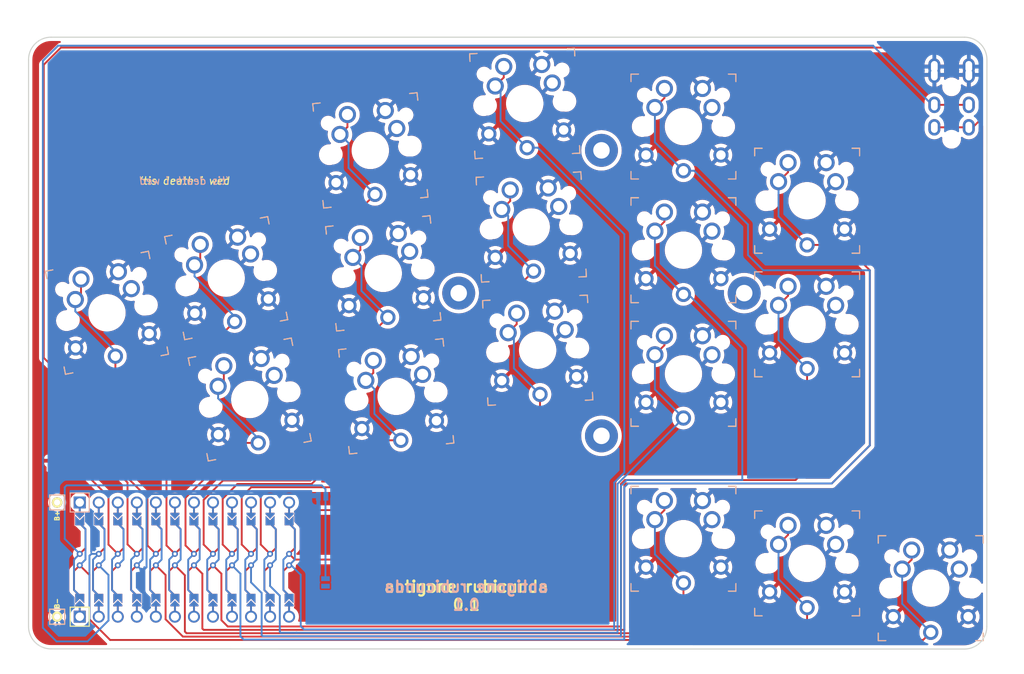
<source format=kicad_pcb>
(kicad_pcb (version 20211014) (generator pcbnew)
  (layers (0 "F.Cu" signal) (31 "B.Cu" signal) (34 "B.Paste" user) (35 "F.Paste" user) (36 "B.SilkS" user "B.Silkscreen") (37 "F.SilkS" user "F.Silkscreen") (38 "B.Mask" user) (39 "F.Mask" user) (44 "Edge.Cuts" user))
  (net 0 "")
  (net 1 "GND")
  (net 2 "RESET")
  (net 3 "RAW")
  (net 4 "RX")
  (net 5 "SW1")
  (net 6 "SW2")
  (net 7 "SW3")
  (net 8 "SW4")
  (net 9 "SW5")
  (net 10 "SW6")
  (net 11 "SW7")
  (net 12 "VCC")
  (net 13 "SW8")
  (net 14 "SW9")
  (net 15 "SW10")
  (net 16 "SW11")
  (net 17 "SW12")
  (net 18 "SW13")
  (net 19 "SW14")
  (net 20 "SW15")
  (net 21 "SW16")
  (net 22 "SW17")
  (footprint "kbd:1pin_conn" (layer "F.Cu") (at 57.658 125.73 90)
    (fp_text reference "B-")
    (fp_text value "MountingHole_Pad" hide)
  )
  (footprint "lib:Jumper" (layer "F.Cu") (at 57.018514 105.42 -90)
    (fp_text reference "J3" hide)
    (fp_text value "Jumper")
  )
  (footprint "pretty:SW_MX_choc" (layer "F.Cu") (at 174.244 121.92)
    (fp_text reference "S17" hide)
    (fp_text value "")
  )
  (footprint "pretty:SW_MX_choc" (layer "F.Cu") (at 80.22242 80.55103 11)
    (fp_text reference "S3" hide)
    (fp_text value "")
  )
  (footprint "pretty:SW_MX_choc" (layer "F.Cu") (at 99.460757 63.503971 6)
    (fp_text reference "S6" hide)
    (fp_text value "")
  )
  (footprint "pretty:SW_MX_choc" (layer "F.Cu") (at 157.743999 70.22)
    (fp_text reference "S14" hide)
    (fp_text value "")
  )
  (footprint "pretty:SW_MX_choc" (layer "F.Cu") (at 101.185477 79.913582 6)
    (fp_text reference "S5" hide)
    (fp_text value "")
  )
  (footprint "pretty:SW_MX_choc" (layer "F.Cu") (at 157.744 118.62)
    (fp_text reference "S16" hide)
    (fp_text value "")
  )
  (footprint "pretty:SW_MX_choc" (layer "F.Cu") (at 141.243999 76.82)
    (fp_text reference "S11" hide)
    (fp_text value "")
  )
  (footprint "pretty:SW_MX_choc" (layer "F.Cu") (at 141.244 115.32)
    (fp_text reference "S15" hide)
    (fp_text value "")
  )
  (footprint "pretty:SW_MX_choc" (layer "F.Cu") (at 64.311785 85.171819 11)
    (fp_text reference "S1" hide)
    (fp_text value "")
  )
  (footprint "pretty:SW_MX_choc" (layer "F.Cu") (at 120.92893 73.724501 3)
    (fp_text reference "S8" hide)
    (fp_text value "")
  )
  (footprint "pretty:SW_MX_choc" (layer "F.Cu") (at 141.244 93.32)
    (fp_text reference "S10" hide)
    (fp_text value "")
  )
  (footprint "pretty:SW_MX_choc" (layer "F.Cu") (at 83.370769 96.747879 11)
    (fp_text reference "S2" hide)
    (fp_text value "")
  )
  (footprint "kbd:Tenting_Puck2" (layer "F.Cu") (at 130.302 82.55)
    (fp_text reference "REF**")
    (fp_text value "Tenting Puck")
  )
  (footprint "pretty:SW_MX_choc" (layer "F.Cu") (at 157.744 86.72)
    (fp_text reference "S13" hide)
    (fp_text value "")
  )
  (footprint "pretty:SW_MX_choc" (layer "F.Cu") (at 121.792473 90.17 3)
    (fp_text reference "S7" hide)
    (fp_text value "")
  )
  (footprint "pretty:SW_MX_choc" (layer "F.Cu") (at 120.065386 57.247114 3)
    (fp_text reference "S9" hide)
    (fp_text value "")
  )
  (footprint "pretty:SW_MX_choc" (layer "F.Cu") (at 102.910197 96.323193 6)
    (fp_text reference "S4" hide)
    (fp_text value "")
  )
  (footprint "TRRS-PJ-320A-dual" (layer "F.Cu") (at 174.724 63.624 180)
    (fp_text reference "REF**")
    (fp_text value "TRRS-PJ-320A-dual")
  )
  (footprint "kbd:1pin_conn" (layer "F.Cu") (at 57.658 110.49 90)
    (fp_text reference "B+")
    (fp_text value "MountingHole_Pad" hide)
  )
  (footprint "pretty:SW_MX_choc" (layer "F.Cu") (at 141.243999 60.32)
    (fp_text reference "S12" hide)
    (fp_text value "")
  )
  (footprint "ProMicro" (layer "F.Cu") (at 74.649 118.11)
    (fp_text reference "MCU1" hide)
    (fp_text value "")
  )
  (footprint "lib:Jumper" (layer "B.Cu") (at 93.472 121.158 -90)
    (fp_text reference "J1" hide)
    (fp_text value "Jumper")
  )
  (footprint "lib:Jumper" (layer "B.Cu") (at 93.018514 109.67)
    (fp_text reference "J2" hide)
    (fp_text value "Jumper")
  )
  (gr_arc (start 181.726679 127.052559) (mid 180.854124 129.167737) (end 178.744 130.048) (layer "Edge.Cuts") (width 0.15))
  (gr_line (start 56.848 48.397324) (end 178.744 48.39732) (layer "Edge.Cuts") (width 0.15))
  (gr_arc (start 178.744 48.39732) (mid 180.86533 49.275998) (end 181.744 51.39732) (layer "Edge.Cuts") (width 0.15))
  (gr_line (start 181.744 51.39732) (end 181.726679 127.052559) (layer "Edge.Cuts") (width 0.15))
  (gr_arc (start 56.843335 130.026627) (mid 54.722006 129.147952) (end 53.843335 127.026627) (layer "Edge.Cuts") (width 0.15))
  (gr_arc (start 53.848 51.397324) (mid 54.726678 49.276) (end 56.848 48.397324) (layer "Edge.Cuts") (width 0.15))
  (gr_line (start 53.843335 127.026627) (end 53.848 51.397324) (layer "Edge.Cuts") (width 0.15))
  (gr_line (start 178.744 130.048) (end 56.843335 130.026627) (layer "Edge.Cuts") (width 0.15))
  (gr_text "antigone rubicunda\n0.1" (at 112.268 122.936) (layer "B.SilkS") (effects (font (size 1.5 1.5) (thickness 0.3)) (justify mirror)))
  (gr_text "'tis death i wed" (at 74.676 67.564) (layer "B.SilkS") (effects (font (size 1 1) (thickness 0.15) italic) (justify mirror)))
  (gr_text "antigone rubicunda\n0.1" (at 112.268 122.936) (layer "F.SilkS") (effects (font (size 1.5 1.5) (thickness 0.3))))
  (gr_text "'tis death i wed" (at 74.676 67.564) (layer "F.SilkS") (effects (font (size 1 1) (thickness 0.15) italic)))
  (segment (start 58.166 127.254) (end 57.658 126.746) (width 0.25) (layer "B.Cu") (net 1))
  (segment (start 92.518134 109.67) (end 92.213623 109.365489) (width 0.25) (layer "B.Cu") (net 1))
  (segment (start 69.596 119.126) (end 69.342 119.38) (width 0.25) (layer "B.Cu") (net 1))
  (segment (start 61.722 127.254) (end 58.166 127.254) (width 0.25) (layer "B.Cu") (net 1))
  (segment (start 69.342 119.38) (end 68.807 119.38) (width 0.25) (layer "B.Cu") (net 1))
  (segment (start 61.976 127) (end 61.722 127.254) (width 0.25) (layer "B.Cu") (net 1))
  (segment (start 61.976 117.602) (end 61.976 127) (width 0.25) (layer "B.Cu") (net 1))
  (segment (start 57.658 126.746) (end 57.658 125.73) (width 0.25) (layer "B.Cu") (net 1))
  (segment (start 70.212511 109.365489) (end 69.596 109.982) (width 0.25) (layer "B.Cu") (net 1))
  (segment (start 63.219 117.348) (end 62.23 117.348) (width 0.25) (layer "B.Cu") (net 1))
  (segment (start 69.596 109.982) (end 69.596 119.126) (width 0.25) (layer "B.Cu") (net 1))
  (segment (start 92.213623 109.365489) (end 70.212511 109.365489) (width 0.25) (layer "B.Cu") (net 1))
  (segment (start 62.23 117.348) (end 61.976 117.602) (width 0.25) (layer "B.Cu") (net 1))
  (segment (start 68.807 119.38) (end 68.299 118.872) (width 0.25) (layer "B.Cu") (net 1))
  (segment (start 64.516 116.105) (end 65.759 117.348) (width 0.25) (layer "F.Cu") (net 2))
  (segment (start 64.516 109.728) (end 64.516 116.105) (width 0.25) (layer "F.Cu") (net 2))
  (segment (start 57.018514 105.92038) (end 60.70838 105.92038) (width 0.25) (layer "F.Cu") (net 2))
  (segment (start 60.70838 105.92038) (end 64.516 109.728) (width 0.25) (layer "F.Cu") (net 2))
  (segment (start 93.472 108.712) (end 93.472 109.728) (width 0.25) (layer "B.Cu") (net 3))
  (segment (start 93.472 109.716894) (end 93.518894 109.67) (width 0.25) (layer "B.Cu") (net 3))
  (segment (start 60.679 117.348) (end 58.674 115.343) (width 0.25) (layer "B.Cu") (net 3))
  (segment (start 58.681011 115.335989) (end 58.681011 108.465011) (width 0.25) (layer "B.Cu") (net 3))
  (segment (start 93.472 120.65762) (end 93.472 109.716894) (width 0.25) (layer "B.Cu") (net 3))
  (segment (start 58.928 108.204) (end 92.964 108.204) (width 0.25) (layer "B.Cu") (net 3))
  (segment (start 92.964 108.204) (end 93.472 108.712) (width 0.25) (layer "B.Cu") (net 3))
  (segment (start 58.674 108.458) (end 58.928 108.204) (width 0.25) (layer "B.Cu") (net 3))
  (segment (start 58.681011 108.465011) (end 58.674 108.458) (width 0.25) (layer "B.Cu") (net 3))
  (segment (start 58.674 115.343) (end 58.681011 115.335989) (width 0.25) (layer "B.Cu") (net 3))
  (segment (start 93.472 120.65762) (end 93.585184 120.65762) (width 0.25) (layer "B.Cu") (net 3))
  (segment (start 174.724 57.424) (end 179.324 57.424) (width 0.25) (layer "F.Cu") (net 4))
  (segment (start 64.516 120.169) (end 63.536859 119.189859) (width 0.25) (layer "B.Cu") (net 4))
  (segment (start 166.58578 49.528113) (end 57.792889 49.528113) (width 0.25) (layer "B.Cu") (net 4))
  (segment (start 55.758624 127.215036) (end 55.758528 127.215132) (width 0.25) (layer "B.Cu") (net 4))
  (segment (start 55.758528 127.215132) (end 57.575396 129.032) (width 0.25) (layer "B.Cu") (net 4))
  (segment (start 57.792889 49.528113) (end 55.75483 51.566172) (width 0.25) (layer "B.Cu") (net 4))
  (segment (start 55.758624 51.569766) (end 55.758624 127.215036) (width 0.25) (layer "B.Cu") (net 4))
  (segment (start 61.722 129.032) (end 64.516 126.238) (width 0.25) (layer "B.Cu") (net 4))
  (segment (start 64.516 126.238) (end 64.516 120.169) (width 0.25) (layer "B.Cu") (net 4))
  (segment (start 174.724 57.424) (end 174.424 57.424) (width 0.25) (layer "B.Cu") (net 4))
  (segment (start 57.575396 129.032) (end 61.722 129.032) (width 0.25) (layer "B.Cu") (net 4))
  (segment (start 174.424 57.424) (end 166.624 49.624) (width 0.25) (layer "B.Cu") (net 4))
  (segment (start 77.043511 119.996511) (end 76.236859 119.189859) (width 0.25) (layer "F.Cu") (net 5))
  (segment (start 162.734 76.12) (end 166.116 79.502) (width 0.25) (layer "F.Cu") (net 5))
  (segment (start 133.604 107.95) (end 133.35 108.204) (width 0.25) (layer "F.Cu") (net 5))
  (segment (start 77.043511 127.31495) (end 77.043511 119.996511) (width 0.25) (layer "F.Cu") (net 5))
  (segment (start 157.743999 76.12) (end 162.734 76.12) (width 0.25) (layer "F.Cu") (net 5))
  (segment (start 153.933999 67.68) (end 155.203999 66.41) (width 0.25) (layer "F.Cu") (net 5))
  (segment (start 166.116 102.87) (end 161.036 107.95) (width 0.25) (layer "F.Cu") (net 5))
  (segment (start 161.036 107.95) (end 133.604 107.95) (width 0.25) (layer "F.Cu") (net 5))
  (segment (start 133.35 127.487439) (end 77.216 127.487439) (width 0.25) (layer "F.Cu") (net 5))
  (segment (start 155.203999 66.41) (end 155.203999 65.14) (width 0.25) (layer "F.Cu") (net 5))
  (segment (start 166.116 79.502) (end 166.116 102.87) (width 0.25) (layer "F.Cu") (net 5))
  (segment (start 77.216 127.487439) (end 77.043511 127.31495) (width 0.25) (layer "F.Cu") (net 5))
  (segment (start 133.35 108.204) (end 133.35 127.487439) (width 0.25) (layer "F.Cu") (net 5))
  (segment (start 153.933999 72.31) (end 153.933999 67.68) (width 0.25) (layer "B.Cu") (net 5))
  (segment (start 157.743999 76.12) (end 153.933999 72.31) (width 0.25) (layer "B.Cu") (net 5))
  (segment (start 155.204 82.91) (end 155.204 81.64) (width 0.25) (layer "F.Cu") (net 6))
  (segment (start 153.934 84.18) (end 155.204 82.91) (width 0.25) (layer "F.Cu") (net 6))
  (segment (start 157.744 105.96648) (end 156.21 107.50048) (width 0.25) (layer "F.Cu") (net 6))
  (segment (start 79.583511 126.195789) (end 79.583511 119.996511) (width 0.25) (layer "F.Cu") (net 6))
  (segment (start 133.417802 107.50048) (end 132.90048 108.017803) (width 0.25) (layer "F.Cu") (net 6))
  (segment (start 132.90048 127.037919) (end 80.425641 127.037919) (width 0.25) (layer "F.Cu") (net 6))
  (segment (start 132.90048 108.017803) (end 132.90048 127.037919) (width 0.25) (layer "F.Cu") (net 6))
  (segment (start 80.425641 127.037919) (end 79.583511 126.195789) (width 0.25) (layer "F.Cu") (net 6))
  (segment (start 157.744 92.62) (end 157.744 105.96648) (width 0.25) (layer "F.Cu") (net 6))
  (segment (start 156.21 107.50048) (end 133.417802 107.50048) (width 0.25) (layer "F.Cu") (net 6))
  (segment (start 79.583511 119.996511) (end 78.776859 119.189859) (width 0.25) (layer "F.Cu") (net 6))
  (segment (start 157.744 92.62) (end 153.934 88.81) (width 0.25) (layer "B.Cu") (net 6))
  (segment (start 153.934 88.81) (end 153.934 84.18) (width 0.25) (layer "B.Cu") (net 6))
  (segment (start 137.433999 57.78) (end 138.703999 56.51) (width 0.25) (layer "F.Cu") (net 7))
  (segment (start 138.703999 56.51) (end 138.703999 55.24) (width 0.25) (layer "F.Cu") (net 7))
  (segment (start 149.86 73.399161) (end 149.86 77.47) (width 0.25) (layer "B.Cu") (net 7))
  (segment (start 151.892 79.502) (end 166.116 79.502) (width 0.25) (layer "B.Cu") (net 7))
  (segment (start 137.433999 62.41) (end 137.433999 57.78) (width 0.25) (layer "B.Cu") (net 7))
  (segment (start 161.036 107.95) (end 133.858 107.95) (width 0.25) (layer "B.Cu") (net 7))
  (segment (start 82.55 128.778) (end 82.123511 128.351511) (width 0.25) (layer "B.Cu") (net 7))
  (segment (start 133.35 128.778) (end 82.55 128.778) (width 0.25) (layer "B.Cu") (net 7))
  (segment (start 133.35 108.458) (end 133.35 128.778) (width 0.25) (layer "B.Cu") (net 7))
  (segment (start 133.858 107.95) (end 133.35 108.458) (width 0.25) (layer "B.Cu") (net 7))
  (segment (start 166.116 102.87) (end 161.036 107.95) (width 0.25) (layer "B.Cu") (net 7))
  (segment (start 142.680839 66.22) (end 149.86 73.399161) (width 0.25) (layer "B.Cu") (net 7))
  (segment (start 141.243999 66.22) (end 142.680839 66.22) (width 0.25) (layer "B.Cu") (net 7))
  (segment (start 82.123511 119.996511) (end 80.999 118.872) (width 0.25) (layer "B.Cu") (net 7))
  (segment (start 141.243999 66.22) (end 137.433999 62.41) (width 0.25) (layer "B.Cu") (net 7))
  (segment (start 149.86 77.47) (end 151.892 79.502) (width 0.25) (layer "B.Cu") (net 7))
  (segment (start 166.116 79.502) (end 166.116 102.87) (width 0.25) (layer "B.Cu") (net 7))
  (segment (start 82.123511 128.351511) (end 82.123511 119.996511) (width 0.25) (layer "B.Cu") (net 7))
  (segment (start 138.703999 73.01) (end 138.703999 71.74) (width 0.25) (layer "F.Cu") (net 8))
  (segment (start 137.433999 74.28) (end 138.703999 73.01) (width 0.25) (layer "F.Cu") (net 8))
  (segment (start 84.954489 128.192969) (end 84.954489 122.563511) (width 0.25) (layer "B.Cu") (net 8))
  (segment (start 83.539 121.148022) (end 83.539 118.872) (width 0.25) (layer "B.Cu") (net 8))
  (segment (start 132.90048 128.32848) (end 85.09 128.32848) (width 0.25) (layer "B.Cu") (net 8))
  (segment (start 149.098 107.50048) (end 133.671802 107.50048) (width 0.25) (layer "B.Cu") (net 8))
  (segment (start 149.098 89.916) (end 149.098 107.50048) (width 0.25) (layer "B.Cu") (net 8))
  (segment (start 133.671802 107.50048) (end 132.90048 108.271803) (width 0.25) (layer "B.Cu") (net 8))
  (segment (start 137.433999 78.91) (end 137.433999 74.28) (width 0.25) (layer "B.Cu") (net 8))
  (segment (start 85.09 128.32848) (end 84.954489 128.192969) (width 0.25) (layer "B.Cu") (net 8))
  (segment (start 141.902 82.72) (end 149.098 89.916) (width 0.25) (layer "B.Cu") (net 8))
  (segment (start 141.243999 82.72) (end 141.902 82.72) (width 0.25) (layer "B.Cu") (net 8))
  (segment (start 141.243999 82.72) (end 137.433999 78.91) (width 0.25) (layer "B.Cu") (net 8))
  (segment (start 84.954489 122.563511) (end 83.539 121.148022) (width 0.25) (layer "B.Cu") (net 8))
  (segment (start 132.90048 108.271803) (end 132.90048 128.32848) (width 0.25) (layer "B.Cu") (net 8))
  (segment (start 137.434 90.78) (end 138.704 89.51) (width 0.25) (layer "F.Cu") (net 9))
  (segment (start 138.704 89.51) (end 138.704 88.24) (width 0.25) (layer "F.Cu") (net 9))
  (segment (start 87.49296 127.87896) (end 89.662 127.87896) (width 0.25) (layer "B.Cu") (net 9))
  (segment (start 132.45096 127.87896) (end 89.54504 127.87896) (width 0.25) (layer "B.Cu") (net 9))
  (segment (start 141.244 99.22) (end 137.434 95.41) (width 0.25) (layer "B.Cu") (net 9))
  (segment (start 141.244 99.22) (end 132.450961 108.013039) (width 0.25) (layer "B.Cu") (net 9))
  (segment (start 87.376 127.762) (end 87.49296 127.87896) (width 0.25) (layer "B.Cu") (net 9))
  (segment (start 132.450961 108.013039) (end 132.45096 127.87896) (width 0.25) (layer "B.Cu") (net 9))
  (segment (start 137.434 95.41) (end 137.434 90.78) (width 0.25) (layer "B.Cu") (net 9))
  (segment (start 86.079 121.639) (end 87.376 122.936) (width 0.25) (layer "B.Cu") (net 9))
  (segment (start 87.376 122.936) (end 87.376 127.762) (width 0.25) (layer "B.Cu") (net 9))
  (segment (start 86.079 118.872) (end 86.079 121.639) (width 0.25) (layer "B.Cu") (net 9))
  (segment (start 117.263 52.307009) (end 117.263 53.774669) (width 0.25) (layer "F.Cu") (net 10))
  (segment (start 117.263 53.774669) (end 116.127674 54.909995) (width 0.25) (layer "F.Cu") (net 10))
  (segment (start 90.59944 127.42944) (end 90.17 127) (width 0.25) (layer "B.Cu") (net 10))
  (segment (start 120.374168 63.139028) (end 121.811008 63.139028) (width 0.25) (layer "B.Cu") (net 10))
  (segment (start 90.17 127) (end 90.17 120.142) (width 0.25) (layer "B.Cu") (net 10))
  (segment (start 90.17 120.142) (end 88.9 118.872) (width 0.25) (layer "B.Cu") (net 10))
  (segment (start 116.84 55.622321) (end 116.127674 54.909995) (width 0.25) (layer "B.Cu") (net 10))
  (segment (start 132.001441 107.826842) (end 132.00144 127.42944) (width 0.25) (layer "B.Cu") (net 10))
  (segment (start 132.00144 127.42944) (end 90.59944 127.42944) (width 0.25) (layer "B.Cu") (net 10))
  (segment (start 116.84 59.60486) (end 116.84 55.622321) (width 0.25) (layer "B.Cu") (net 10))
  (segment (start 133.35 74.67802) (end 133.35 106.478282) (width 0.25) (layer "B.Cu") (net 10))
  (segment (start 88.9 118.872) (end 88.619 118.872) (width 0.25) (layer "B.Cu") (net 10))
  (segment (start 120.374168 63.139028) (end 116.84 59.60486) (width 0.25) (layer "B.Cu") (net 10))
  (segment (start 133.35 106.478282) (end 132.001441 107.826842) (width 0.25) (layer "B.Cu") (net 10))
  (segment (start 121.811008 63.139028) (end 133.35 74.67802) (width 0.25) (layer "B.Cu") (net 10))
  (segment (start 113.03 87.824127) (end 113.03 109.22) (width 0.25) (layer "F.Cu") (net 11))
  (segment (start 121.237712 79.616415) (end 113.03 87.824127) (width 0.25) (layer "F.Cu") (net 11))
  (segment (start 84.836 116.105) (end 86.079 117.348) (width 0.25) (layer "F.Cu") (net 11))
  (segment (start 118.126544 68.784396) (end 118.126544 70.252056) (width 0.25) (layer "F.Cu") (net 11))
  (segment (start 90.424 111.506) (end 90.424 109.728) (width 0.25) (layer "F.Cu") (net 11))
  (segment (start 110.744 111.506) (end 90.424 111.506) (width 0.25) (layer "F.Cu") (net 11))
  (segment (start 84.836 109.22) (end 84.836 116.105) (width 0.25) (layer "F.Cu") (net 11))
  (segment (start 113.03 109.22) (end 110.744 111.506) (width 0.25) (layer "F.Cu") (net 11))
  (segment (start 90.424 109.728) (end 89.916 109.22) (width 0.25) (layer "F.Cu") (net 11))
  (segment (start 89.916 109.22) (end 84.836 109.22) (width 0.25) (layer "F.Cu") (net 11))
  (segment (start 118.126544 70.252056) (end 116.991218 71.387382) (width 0.25) (layer "F.Cu") (net 11))
  (segment (start 117.856 76.234703) (end 117.856 72.252164) (width 0.25) (layer "B.Cu") (net 11))
  (segment (start 117.856 72.252164) (end 116.991218 71.387382) (width 0.25) (layer "B.Cu") (net 11))
  (segment (start 121.237712 79.616415) (end 117.856 76.234703) (width 0.25) (layer "B.Cu") (net 11))
  (segment (start 173.38252 49.784) (end 174.14452 50.546) (width 0.25) (layer "F.Cu") (net 12))
  (segment (start 55.88 91.186) (end 55.88 52.07) (width 0.25) (layer "F.Cu") (net 12))
  (segment (start 55.88 52.07) (end 58.166 49.784) (width 0.25) (layer "F.Cu") (net 12))
  (segment (start 67.056 116.078) (end 67.056 107.823718) (width 0.25) (layer "F.Cu") (net 12))
  (segment (start 64.77 105.537718) (end 64.77 100.076) (width 0.25) (layer "F.Cu") (net 12))
  (segment (start 58.166 49.784) (end 173.38252 49.784) (width 0.25) (layer "F.Cu") (net 12))
  (segment (start 180.848 59.436) (end 179.86 60.424) (width 0.25) (layer "F.Cu") (net 12))
  (segment (start 174.724 60.424) (end 179.324 60.424) (width 0.25) (layer "F.Cu") (net 12))
  (segment (start 64.77 100.076) (end 55.88 91.186) (width 0.25) (layer "F.Cu") (net 12))
  (segment (start 179.86 60.424) (end 179.324 60.424) (width 0.25) (layer "F.Cu") (net 12))
  (segment (start 180.848 51.054) (end 180.848 59.436) (width 0.25) (layer "F.Cu") (net 12))
  (segment (start 68.299 117.321) (end 67.056 116.078) (width 0.25) (layer "F.Cu") (net 12))
  (segment (start 180.34 50.546) (end 180.848 51.054) (width 0.25) (layer "F.Cu") (net 12))
  (segment (start 174.14452 50.546) (end 180.34 50.546) (width 0.25) (layer "F.Cu") (net 12))
  (segment (start 67.056 107.823718) (end 64.77 105.537718) (width 0.25) (layer "F.Cu") (net 12))
  (segment (start 68.299 117.348) (end 68.299 117.321) (width 0.25) (layer "F.Cu") (net 12))
  (segment (start 117.602 118.11) (end 89.381 118.11) (width 0.25) (layer "F.Cu") (net 13))
  (segment (start 117.856 118.364) (end 117.602 118.11) (width 0.25) (layer "F.Cu") (net 13))
  (segment (start 118.990087 85.229895) (end 118.990087 86.697555) (width 0.25) (layer "F.Cu") (net 13))
  (segment (start 89.381 118.11) (end 88.619 117.348) (width 0.25) (layer "F.Cu") (net 13))
  (segment (start 122.101255 114.118745) (end 117.856 118.364) (width 0.25) (layer "F.Cu") (net 13))
  (segment (start 118.990087 86.697555) (end 117.854761 87.832881) (width 0.25) (layer "F.Cu") (net 13))
  (segment (start 122.101255 96.061914) (end 122.101255 114.118745) (width 0.25) (layer "F.Cu") (net 13))
  (segment (start 118.618 88.59612) (end 118.618 92.578659) (width 0.25) (layer "B.Cu") (net 13))
  (segment (start 117.854761 87.832881) (end 118.618 88.59612) (width 0.25) (layer "B.Cu") (net 13))
  (segment (start 118.618 92.578659) (end 122.101255 96.061914) (width 0.25) (layer "B.Cu") (net 13))
  (segment (start 77.216 110.1427) (end 77.216 116.105) (width 0.25) (layer "F.Cu") (net 14))
  (segment (start 79.79974 107.55896) (end 77.216 110.1427) (width 0.25) (layer "F.Cu") (net 14))
  (segment (start 77.216 116.105) (end 78.459 117.348) (width 0.25) (layer "F.Cu") (net 14))
  (segment (start 91.449322 107.55896) (end 79.79974 107.55896) (width 0.25) (layer "F.Cu") (net 14))
  (segment (start 96.403667 60.378598) (end 95.406126 61.376139) (width 0.25) (layer "F.Cu") (net 14))
  (segment (start 93.218 75.946) (end 93.218 105.790282) (width 0.25) (layer "F.Cu") (net 14))
  (segment (start 100.077475 69.37165) (end 93.503125 75.946) (width 0.25) (layer "F.Cu") (net 14))
  (segment (start 93.503125 75.946) (end 93.218 75.946) (width 0.25) (layer "F.Cu") (net 14))
  (segment (start 96.403667 58.717302) (end 96.403667 60.378598) (width 0.25) (layer "F.Cu") (net 14))
  (segment (start 93.218 105.790282) (end 91.449322 107.55896) (width 0.25) (layer "F.Cu") (net 14))
  (segment (start 96.549126 62.519139) (end 96.549126 65.843301) (width 0.25) (layer "B.Cu") (net 14))
  (segment (start 96.549126 65.843301) (end 100.077475 69.37165) (width 0.25) (layer "B.Cu") (net 14))
  (segment (start 95.406126 61.376139) (end 96.549126 62.519139) (width 0.25) (layer "B.Cu") (net 14))
  (segment (start 95.25 104.394) (end 91.63552 108.00848) (width 0.25) (layer "F.Cu") (net 15))
  (segment (start 95.25 92.333456) (end 95.25 104.394) (width 0.25) (layer "F.Cu") (net 15))
  (segment (start 81.72952 108.00848) (end 79.756 109.982) (width 0.25) (layer "F.Cu") (net 15))
  (segment (start 91.63552 108.00848) (end 81.72952 108.00848) (width 0.25) (layer "F.Cu") (net 15))
  (segment (start 101.802195 85.781261) (end 95.25 92.333456) (width 0.25) (layer "F.Cu") (net 15))
  (segment (start 79.756 116.105) (end 80.999 117.348) (width 0.25) (layer "F.Cu") (net 15))
  (segment (start 79.756 109.982) (end 79.756 116.105) (width 0.25) (layer "F.Cu") (net 15))
  (segment (start 98.128387 75.126913) (end 98.128387 76.788209) (width 0.25) (layer "F.Cu") (net 15))
  (segment (start 98.128387 76.788209) (end 97.130846 77.78575) (width 0.25) (layer "F.Cu") (net 15))
  (segment (start 98.273846 82.252912) (end 101.802195 85.781261) (width 0.25) (layer "B.Cu") (net 15))
  (segment (start 98.273846 78.92875) (end 98.273846 82.252912) (width 0.25) (layer "B.Cu") (net 15))
  (segment (start 97.130846 77.78575) (end 98.273846 78.92875) (width 0.25) (layer "B.Cu") (net 15))
  (segment (start 103.526915 102.190872) (end 101.771128 102.190872) (width 0.25) (layer "F.Cu") (net 16))
  (segment (start 99.853107 91.536524) (end 99.853107 93.19782) (width 0.25) (layer "F.Cu") (net 16))
  (segment (start 101.771128 102.190872) (end 95.504 108.458) (width 0.25) (layer "F.Cu") (net 16))
  (segment (start 99.853107 93.19782) (end 98.855566 94.195361) (width 0.25) (layer "F.Cu") (net 16))
  (segment (start 83.566 108.458) (end 82.296 109.728) (width 0.25) (layer "F.Cu") (net 16))
  (segment (start 82.296 109.728) (end 82.296 116.105) (width 0.25) (layer "F.Cu") (net 16))
  (segment (start 95.504 108.458) (end 83.566 108.458) (width 0.25) (layer "F.Cu") (net 16))
  (segment (start 82.296 116.105) (end 83.539 117.348) (width 0.25) (layer "F.Cu") (net 16))
  (segment (start 98.855566 94.195361) (end 99.998566 95.338361) (width 0.25) (layer "B.Cu") (net 16))
  (segment (start 99.998566 95.338361) (end 99.998566 98.662523) (width 0.25) (layer "B.Cu") (net 16))
  (segment (start 99.998566 98.662523) (end 103.526915 102.190872) (width 0.25) (layer "B.Cu") (net 16))
  (segment (start 60.849142 80.669808) (end 60.849142 82.643457) (width 0.25) (layer "F.Cu") (net 17))
  (segment (start 65.437558 90.963419) (end 65.437558 105.569558) (width 0.25) (layer "F.Cu") (net 17))
  (segment (start 69.714489 109.846489) (end 69.714489 116.223489) (width 0.25) (layer "F.Cu") (net 17))
  (segment (start 60.849142 82.643457) (end 60.087131 83.405468) (width 0.25) (layer "F.Cu") (net 17))
  (segment (start 69.714489 116.223489) (end 70.839 117.348) (width 0.25) (layer "F.Cu") (net 17))
  (segment (start 65.437558 105.569558) (end 69.714489 109.846489) (width 0.25) (layer "F.Cu") (net 17))
  (segment (start 65.437558 90.963419) (end 65.437558 90.329558) (width 0.25) (layer "B.Cu") (net 17))
  (segment (start 60.087131 84.979131) (end 60.087131 83.405468) (width 0.25) (layer "B.Cu") (net 17))
  (segment (start 65.437558 90.329558) (end 60.087131 84.979131) (width 0.25) (layer "B.Cu") (net 17))
  (segment (start 72.254489 116.223489) (end 73.379 117.348) (width 0.25) (layer "F.Cu") (net 18))
  (segment (start 76.759777 78.022668) (end 75.997766 78.784679) (width 0.25) (layer "F.Cu") (net 18))
  (segment (start 72.254489 95.436334) (end 72.254489 116.223489) (width 0.25) (layer "F.Cu") (net 18))
  (segment (start 81.348193 86.34263) (end 72.254489 95.436334) (width 0.25) (layer "F.Cu") (net 18))
  (segment (start 76.759777 76.049019) (end 76.759777 78.022668) (width 0.25) (layer "F.Cu") (net 18))
  (segment (start 81.348193 86.34263) (end 81.348193 85.666193) (width 0.25) (layer "B.Cu") (net 18))
  (segment (start 81.348193 85.666193) (end 75.997766 80.315766) (width 0.25) (layer "B.Cu") (net 18))
  (segment (start 75.997766 80.315766) (end 75.997766 78.784679) (width 0.25) (layer "B.Cu") (net 18))
  (segment (start 74.794489 116.223489) (end 75.919 117.348) (width 0.25) (layer "F.Cu") (net 19))
  (segment (start 84.496542 102.539479) (end 82.118521 102.539479) (width 0.25) (layer "F.Cu") (net 19))
  (segment (start 74.794489 109.863511) (end 74.794489 116.223489) (width 0.25) (layer "F.Cu") (net 19))
  (segment (start 82.118521 102.539479) (end 74.794489 109.863511) (width 0.25) (layer "F.Cu") (net 19))
  (segment (start 79.908126 94.219517) (end 79.146115 94.981528) (width 0.25) (layer "F.Cu") (net 19))
  (segment (start 79.908126 92.245868) (end 79.908126 94.219517) (width 0.25) (layer "F.Cu") (net 19))
  (segment (start 79.146115 96.597974) (end 84.496542 101.948401) (width 0.25) (layer "B.Cu") (net 19))
  (segment (start 84.496542 101.948401) (end 84.496542 102.539479) (width 0.25) (layer "B.Cu") (net 19))
  (segment (start 79.146115 94.981528) (end 79.146115 96.597974) (width 0.25) (layer "B.Cu") (net 19))
  (segment (start 74.93 127.936959) (end 74.70748 127.714439) (width 0.25) (layer "F.Cu") (net 20))
  (segment (start 141.244 127.662959) (end 140.97 127.936959) (width 0.25) (layer "F.Cu") (net 20))
  (segment (start 137.434 112.78) (end 138.704 111.51) (width 0.25) (layer "F.Cu") (net 20))
  (segment (start 138.704 111.51) (end 138.704 110.24) (width 0.25) (layer "F.Cu") (net 20))
  (segment (start 74.70748 120.20048) (end 73.696859 119.189859) (width 0.25) (layer "F.Cu") (net 20))
  (segment (start 141.244 121.22) (end 141.244 127.662959) (width 0.25) (layer "F.Cu") (net 20))
  (segment (start 140.97 127.936959) (end 74.93 127.936959) (width 0.25) (layer "F.Cu") (net 20))
  (segment (start 74.70748 127.714439) (end 74.70748 120.20048) (width 0.25) (layer "F.Cu") (net 20))
  (segment (start 141.244 121.22) (end 137.434 117.41) (width 0.25) (layer "B.Cu") (net 20))
  (segment (start 137.434 117.41) (end 137.434 112.78) (width 0.25) (layer "B.Cu") (net 20))
  (segment (start 72.136 120.169) (end 71.156859 119.189859) (width 0.25) (layer "F.Cu") (net 21))
  (segment (start 153.934 116.08) (end 155.204 114.81) (width 0.25) (layer "F.Cu") (net 21))
  (segment (start 155.204 114.81) (end 155.204 113.54) (width 0.25) (layer "F.Cu") (net 21))
  (segment (start 157.744 124.52) (end 157.744 128.122479) (width 0.25) (layer "F.Cu") (net 21))
  (segment (start 74.445179 128.386479) (end 72.136 126.0773) (width 0.25) (layer "F.Cu") (net 21))
  (segment (start 157.48 128.386479) (end 74.445179 128.386479) (width 0.25) (layer "F.Cu") (net 21))
  (segment (start 72.136 126.0773) (end 72.136 120.169) (width 0.25) (layer "F.Cu") (net 21))
  (segment (start 157.744 128.122479) (end 157.48 128.386479) (width 0.25) (layer "F.Cu") (net 21))
  (segment (start 157.744 124.52) (end 153.934 120.71) (width 0.25) (layer "B.Cu") (net 21))
  (segment (start 153.934 120.71) (end 153.934 116.08) (width 0.25) (layer "B.Cu") (net 21))
  (segment (start 61.976 126.0773) (end 61.976 120.169) (width 0.25) (layer "F.Cu") (net 22))
  (segment (start 170.434 119.38) (end 171.704 118.11) (width 0.25) (layer "F.Cu") (net 22))
  (segment (start 174.244 127.82) (end 173.228001 128.835999) (width 0.25) (layer "F.Cu") (net 22))
  (segment (start 173.228001 128.835999) (end 64.734699 128.835999) (width 0.25) (layer "F.Cu") (net 22))
  (segment (start 171.704 118.11) (end 171.704 116.84) (width 0.25) (layer "F.Cu") (net 22))
  (segment (start 64.734699 128.835999) (end 61.976 126.0773) (width 0.25) (layer "F.Cu") (net 22))
  (segment (start 61.976 120.169) (end 60.996859 119.189859) (width 0.25) (layer "F.Cu") (net 22))
  (segment (start 174.244 127.82) (end 170.434 124.01) (width 0.25) (layer "B.Cu") (net 22))
  (segment (start 170.434 124.01) (end 170.434 119.38) (width 0.25) (layer "B.Cu") (net 22))
  (zone (net 1) (net_name "GND") (layers F&B.Cu) (connect_pads (clearance 0.508)) (min_thickness 0.254) (fill yes (thermal_gap 0.508) (thermal_bridge_width 0.508))
    (polygon (pts (xy 185.674 44.196) (xy 186.69 132.588) (xy 50.038 133.35) (xy 50.8 43.434)))
  )
)
</source>
